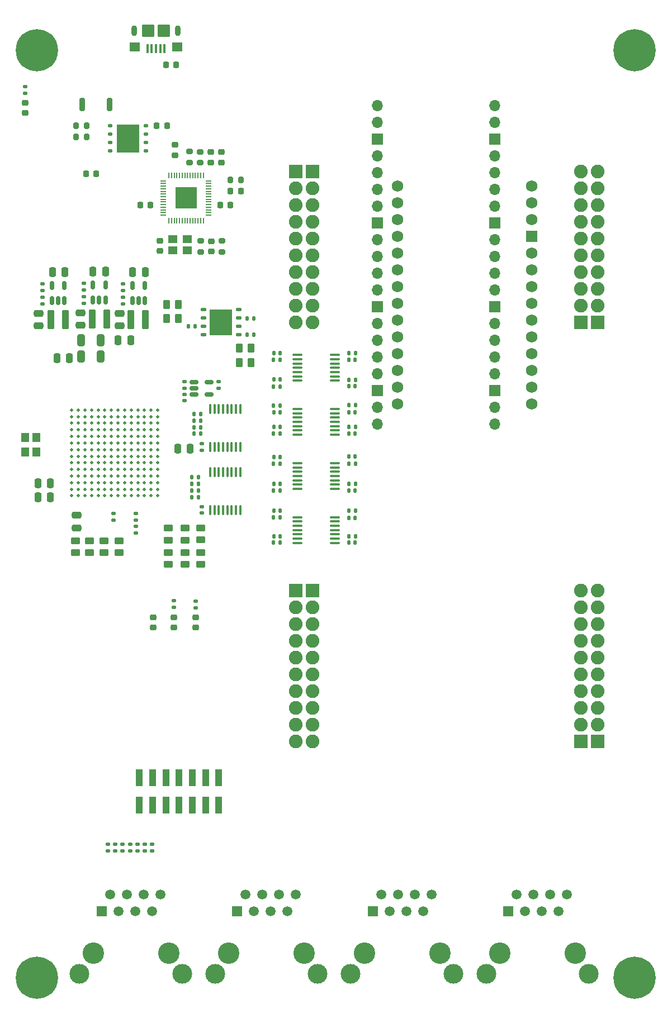
<source format=gbr>
%TF.GenerationSoftware,KiCad,Pcbnew,8.0.5-8.0.5-0~ubuntu22.04.1*%
%TF.CreationDate,2024-09-18T21:08:06+02:00*%
%TF.ProjectId,ohsim_launchpad,6f687369-6d5f-46c6-9175-6e6368706164,rev?*%
%TF.SameCoordinates,Original*%
%TF.FileFunction,Soldermask,Top*%
%TF.FilePolarity,Negative*%
%FSLAX46Y46*%
G04 Gerber Fmt 4.6, Leading zero omitted, Abs format (unit mm)*
G04 Created by KiCad (PCBNEW 8.0.5-8.0.5-0~ubuntu22.04.1) date 2024-09-18 21:08:06*
%MOMM*%
%LPD*%
G01*
G04 APERTURE LIST*
G04 Aperture macros list*
%AMRoundRect*
0 Rectangle with rounded corners*
0 $1 Rounding radius*
0 $2 $3 $4 $5 $6 $7 $8 $9 X,Y pos of 4 corners*
0 Add a 4 corners polygon primitive as box body*
4,1,4,$2,$3,$4,$5,$6,$7,$8,$9,$2,$3,0*
0 Add four circle primitives for the rounded corners*
1,1,$1+$1,$2,$3*
1,1,$1+$1,$4,$5*
1,1,$1+$1,$6,$7*
1,1,$1+$1,$8,$9*
0 Add four rect primitives between the rounded corners*
20,1,$1+$1,$2,$3,$4,$5,0*
20,1,$1+$1,$4,$5,$6,$7,0*
20,1,$1+$1,$6,$7,$8,$9,0*
20,1,$1+$1,$8,$9,$2,$3,0*%
G04 Aperture macros list end*
%ADD10RoundRect,0.135000X0.185000X-0.135000X0.185000X0.135000X-0.185000X0.135000X-0.185000X-0.135000X0*%
%ADD11RoundRect,0.218750X0.256250X-0.218750X0.256250X0.218750X-0.256250X0.218750X-0.256250X-0.218750X0*%
%ADD12RoundRect,0.150000X0.150000X-0.512500X0.150000X0.512500X-0.150000X0.512500X-0.150000X-0.512500X0*%
%ADD13RoundRect,0.135000X0.135000X0.185000X-0.135000X0.185000X-0.135000X-0.185000X0.135000X-0.185000X0*%
%ADD14RoundRect,0.135000X-0.185000X0.135000X-0.185000X-0.135000X0.185000X-0.135000X0.185000X0.135000X0*%
%ADD15C,6.400000*%
%ADD16RoundRect,0.250000X-0.475000X0.250000X-0.475000X-0.250000X0.475000X-0.250000X0.475000X0.250000X0*%
%ADD17RoundRect,0.135000X-0.135000X-0.185000X0.135000X-0.185000X0.135000X0.185000X-0.135000X0.185000X0*%
%ADD18RoundRect,0.250000X-0.325000X-0.650000X0.325000X-0.650000X0.325000X0.650000X-0.325000X0.650000X0*%
%ADD19C,1.727200*%
%ADD20R,1.727200X1.727200*%
%ADD21RoundRect,0.225000X-0.225000X-0.250000X0.225000X-0.250000X0.225000X0.250000X-0.225000X0.250000X0*%
%ADD22RoundRect,0.100000X0.100000X-0.637500X0.100000X0.637500X-0.100000X0.637500X-0.100000X-0.637500X0*%
%ADD23RoundRect,0.140000X0.140000X0.170000X-0.140000X0.170000X-0.140000X-0.170000X0.140000X-0.170000X0*%
%ADD24RoundRect,0.200000X-0.275000X0.200000X-0.275000X-0.200000X0.275000X-0.200000X0.275000X0.200000X0*%
%ADD25RoundRect,0.200000X0.200000X0.275000X-0.200000X0.275000X-0.200000X-0.275000X0.200000X-0.275000X0*%
%ADD26RoundRect,0.100000X-0.637500X-0.100000X0.637500X-0.100000X0.637500X0.100000X-0.637500X0.100000X0*%
%ADD27R,1.400000X1.200000*%
%ADD28RoundRect,0.140000X-0.170000X0.140000X-0.170000X-0.140000X0.170000X-0.140000X0.170000X0.140000X0*%
%ADD29RoundRect,0.225000X-0.250000X0.225000X-0.250000X-0.225000X0.250000X-0.225000X0.250000X0.225000X0*%
%ADD30RoundRect,0.250000X-0.450000X0.262500X-0.450000X-0.262500X0.450000X-0.262500X0.450000X0.262500X0*%
%ADD31RoundRect,0.102000X0.400000X1.350000X-0.400000X1.350000X-0.400000X-1.350000X0.400000X-1.350000X0*%
%ADD32RoundRect,0.140000X-0.140000X-0.170000X0.140000X-0.170000X0.140000X0.170000X-0.140000X0.170000X0*%
%ADD33RoundRect,0.200000X0.200000X0.800000X-0.200000X0.800000X-0.200000X-0.800000X0.200000X-0.800000X0*%
%ADD34RoundRect,0.250000X0.475000X-0.250000X0.475000X0.250000X-0.475000X0.250000X-0.475000X-0.250000X0*%
%ADD35RoundRect,0.225000X0.225000X0.250000X-0.225000X0.250000X-0.225000X-0.250000X0.225000X-0.250000X0*%
%ADD36C,0.500000*%
%ADD37R,1.000000X2.580000*%
%ADD38RoundRect,0.225000X0.250000X-0.225000X0.250000X0.225000X-0.250000X0.225000X-0.250000X-0.225000X0*%
%ADD39C,3.250000*%
%ADD40R,1.500000X1.500000*%
%ADD41C,1.500000*%
%ADD42C,3.000000*%
%ADD43RoundRect,0.250000X-0.262500X-0.450000X0.262500X-0.450000X0.262500X0.450000X-0.262500X0.450000X0*%
%ADD44R,1.200000X1.400000*%
%ADD45RoundRect,0.125000X0.262500X0.125000X-0.262500X0.125000X-0.262500X-0.125000X0.262500X-0.125000X0*%
%ADD46R,3.400000X4.000000*%
%ADD47RoundRect,0.250000X-0.250000X-0.475000X0.250000X-0.475000X0.250000X0.475000X-0.250000X0.475000X0*%
%ADD48RoundRect,0.150000X-0.512500X-0.150000X0.512500X-0.150000X0.512500X0.150000X-0.512500X0.150000X0*%
%ADD49RoundRect,0.125000X-0.250000X-0.125000X0.250000X-0.125000X0.250000X0.125000X-0.250000X0.125000X0*%
%ADD50R,3.400000X4.300000*%
%ADD51RoundRect,0.250000X0.250000X0.475000X-0.250000X0.475000X-0.250000X-0.475000X0.250000X-0.475000X0*%
%ADD52RoundRect,0.200000X0.275000X-0.200000X0.275000X0.200000X-0.275000X0.200000X-0.275000X-0.200000X0*%
%ADD53RoundRect,0.102000X-0.939800X0.939800X-0.939800X-0.939800X0.939800X-0.939800X0.939800X0.939800X0*%
%ADD54C,2.083600*%
%ADD55RoundRect,0.100000X0.100000X0.575000X-0.100000X0.575000X-0.100000X-0.575000X0.100000X-0.575000X0*%
%ADD56O,0.900000X1.600000*%
%ADD57RoundRect,0.250000X0.550000X0.450000X-0.550000X0.450000X-0.550000X-0.450000X0.550000X-0.450000X0*%
%ADD58RoundRect,0.250000X0.700000X0.700000X-0.700000X0.700000X-0.700000X-0.700000X0.700000X-0.700000X0*%
%ADD59O,1.700000X1.700000*%
%ADD60R,1.700000X1.700000*%
%ADD61RoundRect,0.218750X0.218750X0.256250X-0.218750X0.256250X-0.218750X-0.256250X0.218750X-0.256250X0*%
%ADD62RoundRect,0.050000X-0.387500X-0.050000X0.387500X-0.050000X0.387500X0.050000X-0.387500X0.050000X0*%
%ADD63RoundRect,0.050000X-0.050000X-0.387500X0.050000X-0.387500X0.050000X0.387500X-0.050000X0.387500X0*%
%ADD64R,3.200000X3.200000*%
G04 APERTURE END LIST*
D10*
%TO.C,R67*%
X204000000Y-149010000D03*
X204000000Y-147990000D03*
%TD*%
%TO.C,R66*%
X200700000Y-148910000D03*
X200700000Y-147890000D03*
%TD*%
D11*
%TO.C,D5*%
X204000000Y-151987500D03*
X204000000Y-150412500D03*
%TD*%
%TO.C,D4*%
X200700000Y-151987500D03*
X200700000Y-150412500D03*
%TD*%
D12*
%TO.C,U7*%
X182250000Y-102400000D03*
X183200000Y-102400000D03*
X184150000Y-102400000D03*
X184150000Y-100125000D03*
X182250000Y-100125000D03*
%TD*%
D13*
%TO.C,R42*%
X216820000Y-111390000D03*
X215800000Y-111390000D03*
%TD*%
D14*
%TO.C,R7*%
X178150000Y-70000000D03*
X178150000Y-71020000D03*
%TD*%
D15*
%TO.C,H3*%
X270500000Y-205000000D03*
%TD*%
D16*
%TO.C,C16*%
X185950000Y-134950000D03*
X185950000Y-136850000D03*
%TD*%
D17*
%TO.C,R37*%
X227190000Y-118290000D03*
X228210000Y-118290000D03*
%TD*%
D13*
%TO.C,R59*%
X204800000Y-121600000D03*
X203780000Y-121600000D03*
%TD*%
D18*
%TO.C,C9*%
X186625000Y-108460000D03*
X189575000Y-108460000D03*
%TD*%
D19*
%TO.C,A1*%
X254900000Y-90160000D03*
X254900000Y-85080000D03*
X234580000Y-87620000D03*
X234580000Y-90160000D03*
X234580000Y-92700000D03*
X234580000Y-95240000D03*
X234580000Y-97780000D03*
X234580000Y-100320000D03*
X234580000Y-102860000D03*
X234580000Y-85080000D03*
X234580000Y-105400000D03*
X234580000Y-107940000D03*
X234580000Y-110480000D03*
X234580000Y-113020000D03*
X234580000Y-115560000D03*
X234580000Y-118100000D03*
X254900000Y-118100000D03*
X254900000Y-115560000D03*
X254900000Y-113020000D03*
X254900000Y-110480000D03*
X254900000Y-107940000D03*
X254900000Y-105400000D03*
X254900000Y-102860000D03*
X254900000Y-100320000D03*
X254900000Y-97780000D03*
D20*
X254900000Y-92700000D03*
D19*
X254900000Y-95240000D03*
X254900000Y-87620000D03*
%TD*%
D17*
%TO.C,R50*%
X227190000Y-134280000D03*
X228210000Y-134280000D03*
%TD*%
D13*
%TO.C,R5*%
X212820000Y-105100000D03*
X211800000Y-105100000D03*
%TD*%
D21*
%TO.C,C51*%
X187400000Y-83200000D03*
X188950000Y-83200000D03*
%TD*%
D10*
%TO.C,R10*%
X193000000Y-102910000D03*
X193000000Y-101890000D03*
%TD*%
D22*
%TO.C,U13*%
X206214552Y-134125000D03*
X206864552Y-134125000D03*
X207514552Y-134125000D03*
X208164552Y-134125000D03*
X208814552Y-134125000D03*
X209464552Y-134125000D03*
X210114552Y-134125000D03*
X210764552Y-134125000D03*
X210764552Y-128400000D03*
X210114552Y-128400000D03*
X209464552Y-128400000D03*
X208814552Y-128400000D03*
X208164552Y-128400000D03*
X207514552Y-128400000D03*
X206864552Y-128400000D03*
X206214552Y-128400000D03*
%TD*%
D11*
%TO.C,D2*%
X178150000Y-74010000D03*
X178150000Y-72435000D03*
%TD*%
D23*
%TO.C,C57*%
X228180000Y-139110000D03*
X227220000Y-139110000D03*
%TD*%
D24*
%TO.C,R18*%
X208000000Y-93375000D03*
X208000000Y-95025000D03*
%TD*%
D25*
%TO.C,R15*%
X187525000Y-77600000D03*
X185875000Y-77600000D03*
%TD*%
D17*
%TO.C,R44*%
X227190000Y-130210000D03*
X228210000Y-130210000D03*
%TD*%
D15*
%TO.C,H4*%
X180000000Y-205000000D03*
%TD*%
D26*
%TO.C,U14*%
X219402052Y-135250000D03*
X219402052Y-135900000D03*
X219402052Y-136550000D03*
X219402052Y-137200000D03*
X219402052Y-137850000D03*
X219402052Y-138500000D03*
X219402052Y-139150000D03*
X225127052Y-139150000D03*
X225127052Y-138500000D03*
X225127052Y-137850000D03*
X225127052Y-137200000D03*
X225127052Y-136550000D03*
X225127052Y-135900000D03*
X225127052Y-135250000D03*
%TD*%
D27*
%TO.C,Y1*%
X202700000Y-93100000D03*
X200500000Y-93100000D03*
X200500000Y-94800000D03*
X202700000Y-94800000D03*
%TD*%
D28*
%TO.C,C1*%
X204964552Y-133620000D03*
X204964552Y-134580000D03*
%TD*%
D29*
%TO.C,C50*%
X206300000Y-79925000D03*
X206300000Y-81475000D03*
%TD*%
D30*
%TO.C,R33*%
X202400000Y-140575000D03*
X202400000Y-142400000D03*
%TD*%
D31*
%TO.C,L3*%
X190550000Y-105210000D03*
X188350000Y-105210000D03*
%TD*%
D13*
%TO.C,R58*%
X204810000Y-119600000D03*
X203790000Y-119600000D03*
%TD*%
D14*
%TO.C,R3*%
X191550000Y-134640000D03*
X191550000Y-135660000D03*
%TD*%
D32*
%TO.C,C28*%
X215830000Y-114355000D03*
X216790000Y-114355000D03*
%TD*%
D30*
%TO.C,R34*%
X199900000Y-140587500D03*
X199900000Y-142412500D03*
%TD*%
D33*
%TO.C,SW1*%
X191000000Y-72700000D03*
X186800000Y-72700000D03*
%TD*%
D25*
%TO.C,R20*%
X210875000Y-84150000D03*
X209225000Y-84150000D03*
%TD*%
D34*
%TO.C,C6*%
X192500000Y-106250000D03*
X192500000Y-104350000D03*
%TD*%
D32*
%TO.C,C18*%
X215830000Y-121520000D03*
X216790000Y-121520000D03*
%TD*%
D35*
%TO.C,C53*%
X209275000Y-87900000D03*
X207725000Y-87900000D03*
%TD*%
D28*
%TO.C,C55*%
X204964552Y-124120000D03*
X204964552Y-125080000D03*
%TD*%
D36*
%TO.C,U1*%
X185250000Y-119000000D03*
X186250000Y-119000000D03*
X187250000Y-119000000D03*
X188250000Y-119000000D03*
X189250000Y-119000000D03*
X190250000Y-119000000D03*
X191250000Y-119000000D03*
X192250000Y-119000000D03*
X193250000Y-119000000D03*
X194250000Y-119000000D03*
X195250000Y-119000000D03*
X196250000Y-119000000D03*
X197250000Y-119000000D03*
X198250000Y-119000000D03*
X185250000Y-120000000D03*
X186250000Y-120000000D03*
X187250000Y-120000000D03*
X188250000Y-120000000D03*
X189250000Y-120000000D03*
X190250000Y-120000000D03*
X191250000Y-120000000D03*
X192250000Y-120000000D03*
X193250000Y-120000000D03*
X194250000Y-120000000D03*
X195250000Y-120000000D03*
X196250000Y-120000000D03*
X197250000Y-120000000D03*
X198250000Y-120000000D03*
X185250000Y-121000000D03*
X186250000Y-121000000D03*
X187250000Y-121000000D03*
X188250000Y-121000000D03*
X189250000Y-121000000D03*
X190250000Y-121000000D03*
X191250000Y-121000000D03*
X192250000Y-121000000D03*
X193250000Y-121000000D03*
X194250000Y-121000000D03*
X195250000Y-121000000D03*
X196250000Y-121000000D03*
X197250000Y-121000000D03*
X198250000Y-121000000D03*
X185250000Y-122000000D03*
X186250000Y-122000000D03*
X187250000Y-122000000D03*
X188250000Y-122000000D03*
X189250000Y-122000000D03*
X190250000Y-122000000D03*
X191250000Y-122000000D03*
X192250000Y-122000000D03*
X193250000Y-122000000D03*
X194250000Y-122000000D03*
X195250000Y-122000000D03*
X196250000Y-122000000D03*
X197250000Y-122000000D03*
X198250000Y-122000000D03*
X185250000Y-123000000D03*
X186250000Y-123000000D03*
X187250000Y-123000000D03*
X188250000Y-123000000D03*
X189250000Y-123000000D03*
X190250000Y-123000000D03*
X191250000Y-123000000D03*
X192250000Y-123000000D03*
X193250000Y-123000000D03*
X194250000Y-123000000D03*
X195250000Y-123000000D03*
X196250000Y-123000000D03*
X197250000Y-123000000D03*
X198250000Y-123000000D03*
X185250000Y-124000000D03*
X186250000Y-124000000D03*
X187250000Y-124000000D03*
X188250000Y-124000000D03*
X189250000Y-124000000D03*
X190250000Y-124000000D03*
X191250000Y-124000000D03*
X192250000Y-124000000D03*
X193250000Y-124000000D03*
X194250000Y-124000000D03*
X195250000Y-124000000D03*
X196250000Y-124000000D03*
X197250000Y-124000000D03*
X198250000Y-124000000D03*
X185250000Y-125000000D03*
X186250000Y-125000000D03*
X187250000Y-125000000D03*
X188250000Y-125000000D03*
X189250000Y-125000000D03*
X190250000Y-125000000D03*
X191250000Y-125000000D03*
X192250000Y-125000000D03*
X193250000Y-125000000D03*
X194250000Y-125000000D03*
X195250000Y-125000000D03*
X196250000Y-125000000D03*
X197250000Y-125000000D03*
X198250000Y-125000000D03*
X185250000Y-126000000D03*
X186250000Y-126000000D03*
X187250000Y-126000000D03*
X188250000Y-126000000D03*
X189250000Y-126000000D03*
X190250000Y-126000000D03*
X191250000Y-126000000D03*
X192250000Y-126000000D03*
X193250000Y-126000000D03*
X194250000Y-126000000D03*
X195250000Y-126000000D03*
X196250000Y-126000000D03*
X197250000Y-126000000D03*
X198250000Y-126000000D03*
X185250000Y-127000000D03*
X186250000Y-127000000D03*
X187250000Y-127000000D03*
X188250000Y-127000000D03*
X189250000Y-127000000D03*
X190250000Y-127000000D03*
X191250000Y-127000000D03*
X192250000Y-127000000D03*
X193250000Y-127000000D03*
X194250000Y-127000000D03*
X195250000Y-127000000D03*
X196250000Y-127000000D03*
X197250000Y-127000000D03*
X198250000Y-127000000D03*
X185250000Y-128000000D03*
X186250000Y-128000000D03*
X187250000Y-128000000D03*
X188250000Y-128000000D03*
X189250000Y-128000000D03*
X190250000Y-128000000D03*
X191250000Y-128000000D03*
X192250000Y-128000000D03*
X193250000Y-128000000D03*
X194250000Y-128000000D03*
X195250000Y-128000000D03*
X196250000Y-128000000D03*
X197250000Y-128000000D03*
X198250000Y-128000000D03*
X185250000Y-129000000D03*
X186250000Y-129000000D03*
X187250000Y-129000000D03*
X188250000Y-129000000D03*
X189250000Y-129000000D03*
X190250000Y-129000000D03*
X191250000Y-129000000D03*
X192250000Y-129000000D03*
X193250000Y-129000000D03*
X194250000Y-129000000D03*
X195250000Y-129000000D03*
X196250000Y-129000000D03*
X197250000Y-129000000D03*
X198250000Y-129000000D03*
X185250000Y-130000000D03*
X186250000Y-130000000D03*
X187250000Y-130000000D03*
X188250000Y-130000000D03*
X189250000Y-130000000D03*
X190250000Y-130000000D03*
X191250000Y-130000000D03*
X192250000Y-130000000D03*
X193250000Y-130000000D03*
X194250000Y-130000000D03*
X195250000Y-130000000D03*
X196250000Y-130000000D03*
X197250000Y-130000000D03*
X198250000Y-130000000D03*
X185250000Y-131000000D03*
X186250000Y-131000000D03*
X187250000Y-131000000D03*
X188250000Y-131000000D03*
X189250000Y-131000000D03*
X190250000Y-131000000D03*
X191250000Y-131000000D03*
X192250000Y-131000000D03*
X193250000Y-131000000D03*
X194250000Y-131000000D03*
X195250000Y-131000000D03*
X196250000Y-131000000D03*
X197250000Y-131000000D03*
X198250000Y-131000000D03*
X185250000Y-132000000D03*
X186250000Y-132000000D03*
X187250000Y-132000000D03*
X188250000Y-132000000D03*
X189250000Y-132000000D03*
X190250000Y-132000000D03*
X191250000Y-132000000D03*
X192250000Y-132000000D03*
X193250000Y-132000000D03*
X194250000Y-132000000D03*
X195250000Y-132000000D03*
X196250000Y-132000000D03*
X197250000Y-132000000D03*
X198250000Y-132000000D03*
%TD*%
D29*
%TO.C,C49*%
X200900000Y-78825000D03*
X200900000Y-80375000D03*
%TD*%
D13*
%TO.C,R60*%
X204810000Y-122600000D03*
X203790000Y-122600000D03*
%TD*%
D30*
%TO.C,R24*%
X192400000Y-138787500D03*
X192400000Y-140612500D03*
%TD*%
D37*
%TO.C,J6*%
X195500000Y-178885000D03*
X195500000Y-174715000D03*
X197500000Y-178885000D03*
X197500000Y-174715000D03*
X199500000Y-178885000D03*
X199500000Y-174715000D03*
X201500000Y-178885000D03*
X201500000Y-174715000D03*
X203500000Y-178885000D03*
X203500000Y-174715000D03*
X205500000Y-178885000D03*
X205500000Y-174715000D03*
X207500000Y-178885000D03*
X207500000Y-174715000D03*
%TD*%
D22*
%TO.C,U5*%
X206214552Y-124562500D03*
X206864552Y-124562500D03*
X207514552Y-124562500D03*
X208164552Y-124562500D03*
X208814552Y-124562500D03*
X209464552Y-124562500D03*
X210114552Y-124562500D03*
X210764552Y-124562500D03*
X210764552Y-118837500D03*
X210114552Y-118837500D03*
X209464552Y-118837500D03*
X208814552Y-118837500D03*
X208164552Y-118837500D03*
X207514552Y-118837500D03*
X206864552Y-118837500D03*
X206214552Y-118837500D03*
%TD*%
D28*
%TO.C,C61*%
X202300000Y-114720000D03*
X202300000Y-115680000D03*
%TD*%
D15*
%TO.C,H1*%
X270500000Y-64500000D03*
%TD*%
D38*
%TO.C,C46*%
X198600000Y-94875000D03*
X198600000Y-93325000D03*
%TD*%
D17*
%TO.C,R43*%
X227190000Y-127170000D03*
X228210000Y-127170000D03*
%TD*%
D13*
%TO.C,R41*%
X216820000Y-115425000D03*
X215800000Y-115425000D03*
%TD*%
D10*
%TO.C,R9*%
X180800000Y-100910000D03*
X180800000Y-99890000D03*
%TD*%
D30*
%TO.C,R30*%
X202400000Y-136875000D03*
X202400000Y-138700000D03*
%TD*%
D39*
%TO.C,J5*%
X250077500Y-201350000D03*
X261507500Y-201350000D03*
D40*
X251347500Y-195000000D03*
D41*
X252617500Y-192460000D03*
X253887500Y-195000000D03*
X255157500Y-192460000D03*
X256427500Y-195000000D03*
X257697500Y-192460000D03*
X258967500Y-195000000D03*
X260237500Y-192460000D03*
D42*
X248022500Y-204400000D03*
X263562500Y-204400000D03*
%TD*%
D14*
%TO.C,R1*%
X194950000Y-136640000D03*
X194950000Y-137660000D03*
%TD*%
D25*
%TO.C,R14*%
X187525000Y-75900000D03*
X185875000Y-75900000D03*
%TD*%
D13*
%TO.C,R6*%
X212810000Y-107600000D03*
X211790000Y-107600000D03*
%TD*%
D30*
%TO.C,R31*%
X199900000Y-136875000D03*
X199900000Y-138700000D03*
%TD*%
D14*
%TO.C,R55*%
X195200000Y-184780000D03*
X195200000Y-185800000D03*
%TD*%
D28*
%TO.C,C60*%
X207500000Y-114720000D03*
X207500000Y-115680000D03*
%TD*%
D14*
%TO.C,R57*%
X197400000Y-184780000D03*
X197400000Y-185800000D03*
%TD*%
D21*
%TO.C,C52*%
X195625000Y-87900000D03*
X197175000Y-87900000D03*
%TD*%
D43*
%TO.C,R22*%
X199575000Y-105100000D03*
X201400000Y-105100000D03*
%TD*%
D10*
%TO.C,R12*%
X187050000Y-102820000D03*
X187050000Y-101800000D03*
%TD*%
D44*
%TO.C,X1*%
X178150000Y-123150000D03*
X178150000Y-125350000D03*
X179850000Y-125350000D03*
X179850000Y-123150000D03*
%TD*%
D32*
%TO.C,C33*%
X215830000Y-130200000D03*
X216790000Y-130200000D03*
%TD*%
D45*
%TO.C,U2*%
X210512500Y-107605000D03*
X210512500Y-106335000D03*
X210512500Y-105065000D03*
X210512500Y-103795000D03*
X205187500Y-103795000D03*
X205187500Y-105065000D03*
X205187500Y-106335000D03*
X205187500Y-107605000D03*
D46*
X207850000Y-105700000D03*
%TD*%
D39*
%TO.C,J3*%
X209020833Y-201350000D03*
X220450833Y-201350000D03*
D40*
X210290833Y-195000000D03*
D41*
X211560833Y-192460000D03*
X212830833Y-195000000D03*
X214100833Y-192460000D03*
X215370833Y-195000000D03*
X216640833Y-192460000D03*
X217910833Y-195000000D03*
X219180833Y-192460000D03*
D42*
X206965833Y-204400000D03*
X222505833Y-204400000D03*
%TD*%
D17*
%TO.C,R40*%
X227190000Y-110360000D03*
X228210000Y-110360000D03*
%TD*%
D14*
%TO.C,R52*%
X191800000Y-184790000D03*
X191800000Y-185810000D03*
%TD*%
%TO.C,R54*%
X194100000Y-184780000D03*
X194100000Y-185800000D03*
%TD*%
D47*
%TO.C,C12*%
X201300000Y-124850000D03*
X203200000Y-124850000D03*
%TD*%
D23*
%TO.C,C58*%
X228180000Y-135330000D03*
X227220000Y-135330000D03*
%TD*%
D30*
%TO.C,R26*%
X187940000Y-138787500D03*
X187940000Y-140612500D03*
%TD*%
D48*
%TO.C,U16*%
X203762500Y-114750000D03*
X203762500Y-115700000D03*
X203762500Y-116650000D03*
X206037500Y-116650000D03*
X206037500Y-114750000D03*
%TD*%
D24*
%TO.C,R16*%
X203100000Y-79850000D03*
X203100000Y-81500000D03*
%TD*%
D31*
%TO.C,L1*%
X184300000Y-105300000D03*
X182100000Y-105300000D03*
%TD*%
D14*
%TO.C,R56*%
X196300000Y-184780000D03*
X196300000Y-185800000D03*
%TD*%
D26*
%TO.C,U12*%
X219402052Y-127050000D03*
X219402052Y-127700000D03*
X219402052Y-128350000D03*
X219402052Y-129000000D03*
X219402052Y-129650000D03*
X219402052Y-130300000D03*
X219402052Y-130950000D03*
X225127052Y-130950000D03*
X225127052Y-130300000D03*
X225127052Y-129650000D03*
X225127052Y-129000000D03*
X225127052Y-128350000D03*
X225127052Y-127700000D03*
X225127052Y-127050000D03*
%TD*%
D32*
%TO.C,C29*%
X215830000Y-110340000D03*
X216790000Y-110340000D03*
%TD*%
D49*
%TO.C,U10*%
X191050000Y-75920000D03*
X191050000Y-77190000D03*
X191050000Y-78460000D03*
X191050000Y-79730000D03*
X196450000Y-79730000D03*
X196450000Y-78460000D03*
X196450000Y-77190000D03*
X196450000Y-75920000D03*
D50*
X193750000Y-77825000D03*
%TD*%
D29*
%TO.C,C54*%
X207900000Y-79925000D03*
X207900000Y-81475000D03*
%TD*%
D51*
%TO.C,C2*%
X184200000Y-98100000D03*
X182300000Y-98100000D03*
%TD*%
D23*
%TO.C,C25*%
X228180000Y-115400000D03*
X227220000Y-115400000D03*
%TD*%
D51*
%TO.C,C26*%
X184900000Y-111100000D03*
X183000000Y-111100000D03*
%TD*%
D21*
%TO.C,C48*%
X198125000Y-75900000D03*
X199675000Y-75900000D03*
%TD*%
D12*
%TO.C,U9*%
X188450000Y-102310000D03*
X189400000Y-102310000D03*
X190350000Y-102310000D03*
X190350000Y-100035000D03*
X188450000Y-100035000D03*
%TD*%
D39*
%TO.C,J4*%
X229549166Y-201350000D03*
X240979166Y-201350000D03*
D40*
X230819166Y-195000000D03*
D41*
X232089166Y-192460000D03*
X233359166Y-195000000D03*
X234629166Y-192460000D03*
X235899166Y-195000000D03*
X237169166Y-192460000D03*
X238439166Y-195000000D03*
X239709166Y-192460000D03*
D42*
X227494166Y-204400000D03*
X243034166Y-204400000D03*
%TD*%
D51*
%TO.C,C10*%
X182000000Y-130100000D03*
X180100000Y-130100000D03*
%TD*%
D17*
%TO.C,R38*%
X227190000Y-121565000D03*
X228210000Y-121565000D03*
%TD*%
D14*
%TO.C,R51*%
X190700000Y-184790000D03*
X190700000Y-185810000D03*
%TD*%
D13*
%TO.C,R47*%
X216820000Y-135300000D03*
X215800000Y-135300000D03*
%TD*%
D26*
%TO.C,U6*%
X219402052Y-118850000D03*
X219402052Y-119500000D03*
X219402052Y-120150000D03*
X219402052Y-120800000D03*
X219402052Y-121450000D03*
X219402052Y-122100000D03*
X219402052Y-122750000D03*
X225127052Y-122750000D03*
X225127052Y-122100000D03*
X225127052Y-121450000D03*
X225127052Y-120800000D03*
X225127052Y-120150000D03*
X225127052Y-119500000D03*
X225127052Y-118850000D03*
%TD*%
D15*
%TO.C,H2*%
X180000000Y-64500000D03*
%TD*%
D32*
%TO.C,C40*%
X215830000Y-134290000D03*
X216790000Y-134290000D03*
%TD*%
D47*
%TO.C,C14*%
X192250000Y-108450000D03*
X194150000Y-108450000D03*
%TD*%
D52*
%TO.C,R19*%
X204750000Y-95025000D03*
X204750000Y-93375000D03*
%TD*%
D13*
%TO.C,R61*%
X204810000Y-120600000D03*
X203790000Y-120600000D03*
%TD*%
D23*
%TO.C,C32*%
X228180000Y-131210000D03*
X227220000Y-131210000D03*
%TD*%
D10*
%TO.C,R8*%
X180800000Y-102910000D03*
X180800000Y-101890000D03*
%TD*%
D51*
%TO.C,C3*%
X196350000Y-98100000D03*
X194450000Y-98100000D03*
%TD*%
D43*
%TO.C,R28*%
X210587500Y-111800000D03*
X212412500Y-111800000D03*
%TD*%
D14*
%TO.C,R53*%
X192950000Y-184790000D03*
X192950000Y-185810000D03*
%TD*%
D43*
%TO.C,R27*%
X199575000Y-103000000D03*
X201400000Y-103000000D03*
%TD*%
D13*
%TO.C,R62*%
X204410000Y-129200000D03*
X203390000Y-129200000D03*
%TD*%
D53*
%TO.C,U3*%
X219160000Y-82840000D03*
D54*
X219160000Y-85380000D03*
X219160000Y-87920000D03*
X219160000Y-90460000D03*
X219160000Y-93000000D03*
X219160000Y-95540000D03*
X219160000Y-98080000D03*
X219160000Y-100620000D03*
X219160000Y-103160000D03*
X219160000Y-105700000D03*
D53*
X264880000Y-105700000D03*
D54*
X264880000Y-103160000D03*
X264880000Y-100620000D03*
X264880000Y-98080000D03*
X264880000Y-95540000D03*
X264880000Y-93000000D03*
X264880000Y-90460000D03*
X264880000Y-87920000D03*
X264880000Y-85380000D03*
X264880000Y-82840000D03*
D53*
X221700000Y-82840000D03*
D54*
X221700000Y-85380000D03*
X221700000Y-87920000D03*
X221700000Y-90460000D03*
X221700000Y-93000000D03*
X221700000Y-95540000D03*
X221700000Y-98080000D03*
X221700000Y-100620000D03*
X221700000Y-103160000D03*
X221700000Y-105700000D03*
D53*
X262340000Y-105700000D03*
D54*
X262340000Y-103160000D03*
X262340000Y-100620000D03*
X262340000Y-98080000D03*
X262340000Y-95540000D03*
X262340000Y-93000000D03*
X262340000Y-90460000D03*
X262340000Y-87920000D03*
X262340000Y-85380000D03*
X262340000Y-82840000D03*
D53*
X219160000Y-146340000D03*
D54*
X219160000Y-148880000D03*
X219160000Y-151420000D03*
X219160000Y-153960000D03*
X219160000Y-156500000D03*
X219160000Y-159040000D03*
X219160000Y-161580000D03*
X219160000Y-164120000D03*
X219160000Y-166660000D03*
X219160000Y-169200000D03*
D53*
X264880000Y-169200000D03*
D54*
X264880000Y-166660000D03*
X264880000Y-164120000D03*
X264880000Y-161580000D03*
X264880000Y-159040000D03*
X264880000Y-156500000D03*
X264880000Y-153960000D03*
X264880000Y-151420000D03*
X264880000Y-148880000D03*
X264880000Y-146340000D03*
D53*
X221700000Y-146340000D03*
D54*
X221700000Y-148880000D03*
X221700000Y-151420000D03*
X221700000Y-153960000D03*
X221700000Y-156500000D03*
X221700000Y-159040000D03*
X221700000Y-161580000D03*
X221700000Y-164120000D03*
X221700000Y-166660000D03*
X221700000Y-169200000D03*
D53*
X262340000Y-169200000D03*
D54*
X262340000Y-166660000D03*
X262340000Y-164120000D03*
X262340000Y-161580000D03*
X262340000Y-159040000D03*
X262340000Y-156500000D03*
X262340000Y-153960000D03*
X262340000Y-151420000D03*
X262340000Y-148880000D03*
X262340000Y-146340000D03*
%TD*%
D30*
%TO.C,R25*%
X185800000Y-138787500D03*
X185800000Y-140612500D03*
%TD*%
D51*
%TO.C,C4*%
X190350000Y-98010000D03*
X188450000Y-98010000D03*
%TD*%
D12*
%TO.C,U8*%
X194425000Y-102400000D03*
X195375000Y-102400000D03*
X196325000Y-102400000D03*
X196325000Y-100125000D03*
X194425000Y-100125000D03*
%TD*%
D55*
%TO.C,J1*%
X199300000Y-64200000D03*
X198650000Y-64200000D03*
X198000000Y-64200000D03*
X197350000Y-64200000D03*
X196700000Y-64200000D03*
D56*
X201300000Y-61525000D03*
D57*
X201200000Y-63975000D03*
D58*
X199200000Y-61525000D03*
X196800000Y-61525000D03*
D57*
X194800000Y-63975000D03*
D56*
X194700000Y-61525000D03*
%TD*%
D13*
%TO.C,R64*%
X204410000Y-132200000D03*
X203390000Y-132200000D03*
%TD*%
D23*
%TO.C,C23*%
X228180000Y-119340000D03*
X227220000Y-119340000D03*
%TD*%
%TO.C,C30*%
X228180000Y-126050000D03*
X227220000Y-126050000D03*
%TD*%
D59*
%TO.C,U15*%
X231520000Y-72870000D03*
X231520000Y-75410000D03*
D60*
X231520000Y-77950000D03*
D59*
X231520000Y-80490000D03*
X231520000Y-83030000D03*
X231520000Y-85570000D03*
X231520000Y-88110000D03*
D60*
X231520000Y-90650000D03*
D59*
X231520000Y-93190000D03*
X231520000Y-95730000D03*
X231520000Y-98270000D03*
X231520000Y-100810000D03*
D60*
X231520000Y-103350000D03*
D59*
X231520000Y-105890000D03*
X231520000Y-108430000D03*
X231520000Y-110970000D03*
X231520000Y-113510000D03*
D60*
X231520000Y-116050000D03*
D59*
X231520000Y-118590000D03*
X231520000Y-121130000D03*
X249300000Y-121130000D03*
X249300000Y-118590000D03*
D60*
X249300000Y-116050000D03*
D59*
X249300000Y-113510000D03*
X249300000Y-110970000D03*
X249300000Y-108430000D03*
X249300000Y-105890000D03*
D60*
X249300000Y-103350000D03*
D59*
X249300000Y-100810000D03*
X249300000Y-98270000D03*
X249300000Y-95730000D03*
X249300000Y-93190000D03*
D60*
X249300000Y-90650000D03*
D59*
X249300000Y-88110000D03*
X249300000Y-85570000D03*
X249300000Y-83030000D03*
X249300000Y-80490000D03*
D60*
X249300000Y-77950000D03*
D59*
X249300000Y-75410000D03*
X249300000Y-72870000D03*
%TD*%
D13*
%TO.C,R63*%
X204420000Y-131200000D03*
X203400000Y-131200000D03*
%TD*%
D30*
%TO.C,R23*%
X190100000Y-138787500D03*
X190100000Y-140612500D03*
%TD*%
D13*
%TO.C,R48*%
X216820000Y-139095000D03*
X215800000Y-139095000D03*
%TD*%
D35*
%TO.C,C45*%
X201075000Y-66700000D03*
X199525000Y-66700000D03*
%TD*%
D10*
%TO.C,R13*%
X187050000Y-100820000D03*
X187050000Y-99800000D03*
%TD*%
D13*
%TO.C,R45*%
X216820000Y-131200000D03*
X215800000Y-131200000D03*
%TD*%
D10*
%TO.C,R2*%
X194950000Y-135660000D03*
X194950000Y-134640000D03*
%TD*%
D29*
%TO.C,C47*%
X206400000Y-93425000D03*
X206400000Y-94975000D03*
%TD*%
D17*
%TO.C,R4*%
X202890000Y-106300000D03*
X203910000Y-106300000D03*
%TD*%
D51*
%TO.C,C20*%
X182000000Y-132200000D03*
X180100000Y-132200000D03*
%TD*%
D39*
%TO.C,J2*%
X188492500Y-201350000D03*
X199922500Y-201350000D03*
D40*
X189762500Y-195000000D03*
D41*
X191032500Y-192460000D03*
X192302500Y-195000000D03*
X193572500Y-192460000D03*
X194842500Y-195000000D03*
X196112500Y-192460000D03*
X197382500Y-195000000D03*
X198652500Y-192460000D03*
D42*
X186437500Y-204400000D03*
X201977500Y-204400000D03*
%TD*%
D30*
%TO.C,R29*%
X204800000Y-136862500D03*
X204800000Y-138687500D03*
%TD*%
D18*
%TO.C,C15*%
X186625000Y-110910000D03*
X189575000Y-110910000D03*
%TD*%
D13*
%TO.C,R36*%
X216820000Y-122590000D03*
X215800000Y-122590000D03*
%TD*%
D24*
%TO.C,R17*%
X204700000Y-79875000D03*
X204700000Y-81525000D03*
%TD*%
D32*
%TO.C,C37*%
X215830000Y-126100000D03*
X216790000Y-126100000D03*
%TD*%
D10*
%TO.C,R11*%
X193000000Y-100910000D03*
X193000000Y-99890000D03*
%TD*%
D17*
%TO.C,R49*%
X227190000Y-138110000D03*
X228210000Y-138110000D03*
%TD*%
D30*
%TO.C,R32*%
X204800000Y-140575000D03*
X204800000Y-142400000D03*
%TD*%
D34*
%TO.C,C7*%
X186600000Y-106160000D03*
X186600000Y-104260000D03*
%TD*%
D28*
%TO.C,C59*%
X202300000Y-116620000D03*
X202300000Y-117580000D03*
%TD*%
D26*
%TO.C,U4*%
X219402052Y-110650000D03*
X219402052Y-111300000D03*
X219402052Y-111950000D03*
X219402052Y-112600000D03*
X219402052Y-113250000D03*
X219402052Y-113900000D03*
X219402052Y-114550000D03*
X225127052Y-114550000D03*
X225127052Y-113900000D03*
X225127052Y-113250000D03*
X225127052Y-112600000D03*
X225127052Y-111950000D03*
X225127052Y-111300000D03*
X225127052Y-110650000D03*
%TD*%
D23*
%TO.C,C24*%
X228180000Y-122565000D03*
X227220000Y-122565000D03*
%TD*%
D61*
%TO.C,D3*%
X210837500Y-85850000D03*
X209262500Y-85850000D03*
%TD*%
D11*
%TO.C,D1*%
X197600000Y-150412500D03*
X197600000Y-151987500D03*
%TD*%
D62*
%TO.C,U11*%
X199122500Y-84270000D03*
X199122500Y-84670000D03*
X199122500Y-85070000D03*
X199122500Y-85470000D03*
X199122500Y-85870000D03*
X199122500Y-86270000D03*
X199122500Y-86670000D03*
X199122500Y-87070000D03*
X199122500Y-87470000D03*
X199122500Y-87870000D03*
X199122500Y-88270000D03*
X199122500Y-88670000D03*
X199122500Y-89070000D03*
X199122500Y-89470000D03*
D63*
X199960000Y-90307500D03*
X200360000Y-90307500D03*
X200760000Y-90307500D03*
X201160000Y-90307500D03*
X201560000Y-90307500D03*
X201960000Y-90307500D03*
X202360000Y-90307500D03*
X202760000Y-90307500D03*
X203160000Y-90307500D03*
X203560000Y-90307500D03*
X203960000Y-90307500D03*
X204360000Y-90307500D03*
X204760000Y-90307500D03*
X205160000Y-90307500D03*
D62*
X205997500Y-89470000D03*
X205997500Y-89070000D03*
X205997500Y-88670000D03*
X205997500Y-88270000D03*
X205997500Y-87870000D03*
X205997500Y-87470000D03*
X205997500Y-87070000D03*
X205997500Y-86670000D03*
X205997500Y-86270000D03*
X205997500Y-85870000D03*
X205997500Y-85470000D03*
X205997500Y-85070000D03*
X205997500Y-84670000D03*
X205997500Y-84270000D03*
D63*
X205160000Y-83432500D03*
X204760000Y-83432500D03*
X204360000Y-83432500D03*
X203960000Y-83432500D03*
X203560000Y-83432500D03*
X203160000Y-83432500D03*
X202760000Y-83432500D03*
X202360000Y-83432500D03*
X201960000Y-83432500D03*
X201560000Y-83432500D03*
X201160000Y-83432500D03*
X200760000Y-83432500D03*
X200360000Y-83432500D03*
X199960000Y-83432500D03*
D64*
X202560000Y-86870000D03*
%TD*%
D23*
%TO.C,C27*%
X228180000Y-111390000D03*
X227220000Y-111390000D03*
%TD*%
D34*
%TO.C,C5*%
X180200000Y-106250000D03*
X180200000Y-104350000D03*
%TD*%
D13*
%TO.C,R65*%
X204410000Y-130200000D03*
X203390000Y-130200000D03*
%TD*%
D43*
%TO.C,R21*%
X210587500Y-109650000D03*
X212412500Y-109650000D03*
%TD*%
D32*
%TO.C,C56*%
X215830000Y-138105000D03*
X216790000Y-138105000D03*
%TD*%
D13*
%TO.C,R46*%
X216820000Y-127100000D03*
X215800000Y-127100000D03*
%TD*%
D17*
%TO.C,R39*%
X227190000Y-114400000D03*
X228210000Y-114400000D03*
%TD*%
D31*
%TO.C,L2*%
X196400000Y-105300000D03*
X194200000Y-105300000D03*
%TD*%
D32*
%TO.C,C8*%
X215830000Y-119310000D03*
X216790000Y-119310000D03*
%TD*%
D13*
%TO.C,R35*%
X216820000Y-118300000D03*
X215800000Y-118300000D03*
%TD*%
M02*

</source>
